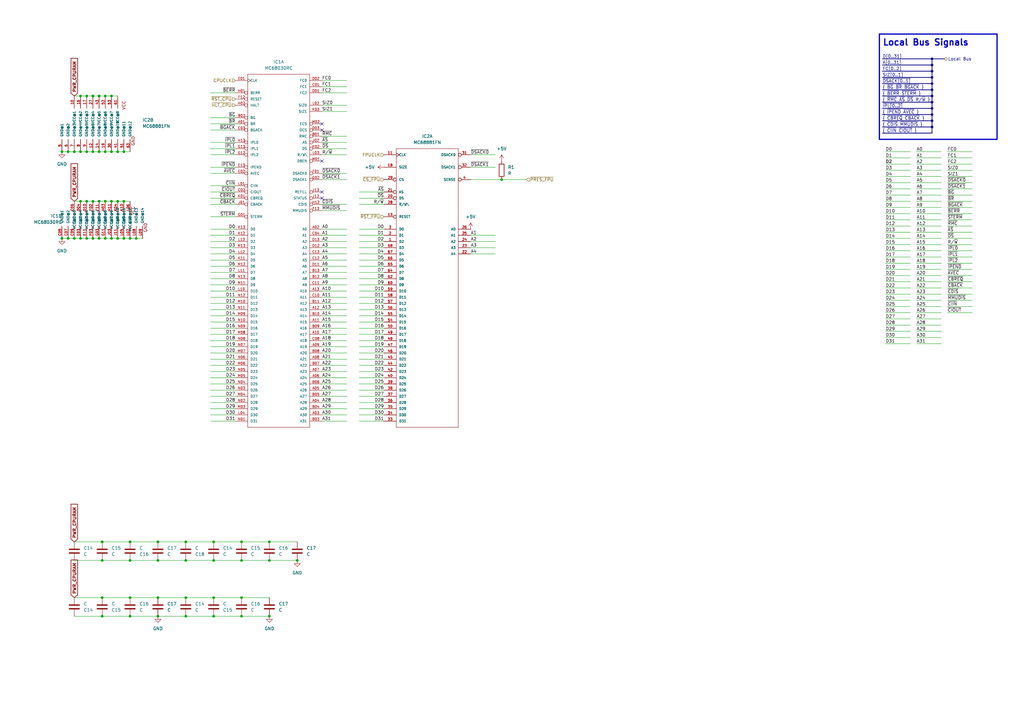
<source format=kicad_sch>
(kicad_sch (version 20230121) (generator eeschema)
  (paper "A3")
  (junction (at 121.92 229.87))
  (junction (at 30.48 62.23))
  (junction (at 382.27 41.91))
  (junction (at 53.34 229.87))
  (junction (at 87.63 229.87))
  (junction (at 41.91 252.73))
  (junction (at 110.49 229.87))
  (junction (at 382.27 26.67))
  (junction (at 87.63 222.25))
  (junction (at 76.2 229.87))
  (junction (at 53.34 252.73))
  (junction (at 53.34 222.25))
  (junction (at 382.27 39.37))
  (junction (at 205.74 73.66))
  (junction (at 53.34 245.11))
  (junction (at 99.06 222.25))
  (junction (at 87.63 245.11))
  (junction (at 25.4 62.23))
  (junction (at 30.48 97.79))
  (junction (at 76.2 252.73))
  (junction (at 38.1 97.79))
  (junction (at 382.27 49.53))
  (junction (at 33.02 39.37))
  (junction (at 382.27 52.07))
  (junction (at 33.02 62.23))
  (junction (at 50.8 97.79))
  (junction (at 33.02 82.55))
  (junction (at 43.18 82.55))
  (junction (at 382.27 44.45))
  (junction (at 45.72 82.55))
  (junction (at 40.64 39.37))
  (junction (at 87.63 252.73))
  (junction (at 50.8 82.55))
  (junction (at 25.4 97.79))
  (junction (at 33.02 97.79))
  (junction (at 35.56 82.55))
  (junction (at 40.64 82.55))
  (junction (at 382.27 31.75))
  (junction (at 382.27 34.29))
  (junction (at 38.1 82.55))
  (junction (at 99.06 245.11))
  (junction (at 64.77 245.11))
  (junction (at 382.27 46.99))
  (junction (at 35.56 62.23))
  (junction (at 110.49 252.73))
  (junction (at 35.56 97.79))
  (junction (at 382.27 29.21))
  (junction (at 43.18 62.23))
  (junction (at 64.77 222.25))
  (junction (at 35.56 39.37))
  (junction (at 38.1 39.37))
  (junction (at 27.94 62.23))
  (junction (at 99.06 252.73))
  (junction (at 48.26 97.79))
  (junction (at 45.72 62.23))
  (junction (at 48.26 82.55))
  (junction (at 64.77 252.73))
  (junction (at 38.1 62.23))
  (junction (at 43.18 39.37))
  (junction (at 48.26 62.23))
  (junction (at 45.72 97.79))
  (junction (at 41.91 222.25))
  (junction (at 382.27 24.13))
  (junction (at 43.18 97.79))
  (junction (at 53.34 97.79))
  (junction (at 41.91 245.11))
  (junction (at 382.27 36.83))
  (junction (at 76.2 222.25))
  (junction (at 41.91 229.87))
  (junction (at 110.49 222.25))
  (junction (at 50.8 62.23))
  (junction (at 40.64 97.79))
  (junction (at 64.77 229.87))
  (junction (at 55.88 97.79))
  (junction (at 27.94 97.79))
  (junction (at 99.06 229.87))
  (junction (at 40.64 62.23))
  (junction (at 76.2 245.11))
  (junction (at 45.72 39.37))
  (no_connect (at 132.08 53.34))
  (no_connect (at 132.08 81.28))
  (no_connect (at 132.08 66.04))
  (no_connect (at 132.08 50.8))
  (no_connect (at 132.08 78.74))
  (wire (pts (xy 142.24 127) (xy 132.08 127)))
  (wire (pts (xy 64.77 229.87) (xy 53.34 229.87)))
  (wire (pts (xy 142.24 99.06) (xy 132.08 99.06)))
  (wire (pts (xy 386.08 69.85) (xy 375.92 69.85)))
  (wire (pts (xy 386.08 90.17) (xy 375.92 90.17)))
  (wire (pts (xy 142.24 73.66) (xy 132.08 73.66)))
  (wire (pts (xy 142.24 38.1) (xy 132.08 38.1)))
  (bus (pts (xy 382.27 49.53) (xy 382.27 52.07)))
  (wire (pts (xy 53.34 252.73) (xy 41.91 252.73)))
  (wire (pts (xy 373.38 80.01) (xy 363.22 80.01)))
  (wire (pts (xy 386.08 125.73) (xy 375.92 125.73)))
  (wire (pts (xy 147.32 132.08) (xy 157.48 132.08)))
  (wire (pts (xy 50.8 62.23) (xy 53.34 62.23)))
  (wire (pts (xy 142.24 109.22) (xy 132.08 109.22)))
  (wire (pts (xy 142.24 35.56) (xy 132.08 35.56)))
  (wire (pts (xy 38.1 62.23) (xy 40.64 62.23)))
  (wire (pts (xy 373.38 82.55) (xy 363.22 82.55)))
  (wire (pts (xy 398.78 102.87) (xy 388.62 102.87)))
  (wire (pts (xy 86.36 172.72) (xy 96.52 172.72)))
  (wire (pts (xy 110.49 222.25) (xy 121.92 222.25)))
  (bus (pts (xy 382.27 52.07) (xy 382.27 54.61)))
  (wire (pts (xy 142.24 172.72) (xy 132.08 172.72)))
  (wire (pts (xy 203.2 104.14) (xy 193.04 104.14)))
  (wire (pts (xy 386.08 97.79) (xy 375.92 97.79)))
  (wire (pts (xy 142.24 101.6) (xy 132.08 101.6)))
  (wire (pts (xy 40.64 62.23) (xy 43.18 62.23)))
  (wire (pts (xy 147.32 154.94) (xy 157.48 154.94)))
  (bus (pts (xy 361.95 36.83) (xy 382.27 36.83)))
  (wire (pts (xy 86.36 167.64) (xy 96.52 167.64)))
  (wire (pts (xy 99.06 252.73) (xy 87.63 252.73)))
  (wire (pts (xy 142.24 137.16) (xy 132.08 137.16)))
  (wire (pts (xy 398.78 90.17) (xy 388.62 90.17)))
  (wire (pts (xy 386.08 92.71) (xy 375.92 92.71)))
  (wire (pts (xy 86.36 162.56) (xy 96.52 162.56)))
  (wire (pts (xy 215.9 73.66) (xy 205.74 73.66)))
  (bus (pts (xy 361.95 49.53) (xy 382.27 49.53)))
  (wire (pts (xy 99.06 229.87) (xy 87.63 229.87)))
  (wire (pts (xy 147.32 111.76) (xy 157.48 111.76)))
  (wire (pts (xy 142.24 93.98) (xy 132.08 93.98)))
  (wire (pts (xy 147.32 99.06) (xy 157.48 99.06)))
  (wire (pts (xy 86.36 63.5) (xy 96.52 63.5)))
  (wire (pts (xy 53.34 97.79) (xy 55.88 97.79)))
  (wire (pts (xy 142.24 165.1) (xy 132.08 165.1)))
  (wire (pts (xy 398.78 80.01) (xy 388.62 80.01)))
  (wire (pts (xy 386.08 135.89) (xy 375.92 135.89)))
  (wire (pts (xy 398.78 85.09) (xy 388.62 85.09)))
  (wire (pts (xy 86.36 106.68) (xy 96.52 106.68)))
  (wire (pts (xy 86.36 71.12) (xy 96.52 71.12)))
  (wire (pts (xy 386.08 105.41) (xy 375.92 105.41)))
  (wire (pts (xy 38.1 82.55) (xy 40.64 82.55)))
  (wire (pts (xy 55.88 97.79) (xy 58.42 97.79)))
  (wire (pts (xy 386.08 118.11) (xy 375.92 118.11)))
  (wire (pts (xy 64.77 222.25) (xy 76.2 222.25)))
  (wire (pts (xy 86.36 116.84) (xy 96.52 116.84)))
  (wire (pts (xy 142.24 116.84) (xy 132.08 116.84)))
  (bus (pts (xy 361.95 39.37) (xy 382.27 39.37)))
  (wire (pts (xy 386.08 80.01) (xy 375.92 80.01)))
  (wire (pts (xy 86.36 149.86) (xy 96.52 149.86)))
  (wire (pts (xy 87.63 229.87) (xy 76.2 229.87)))
  (wire (pts (xy 398.78 107.95) (xy 388.62 107.95)))
  (wire (pts (xy 386.08 82.55) (xy 375.92 82.55)))
  (wire (pts (xy 147.32 149.86) (xy 157.48 149.86)))
  (bus (pts (xy 361.95 26.67) (xy 382.27 26.67)))
  (wire (pts (xy 147.32 106.68) (xy 157.48 106.68)))
  (wire (pts (xy 147.32 121.92) (xy 157.48 121.92)))
  (wire (pts (xy 86.36 152.4) (xy 96.52 152.4)))
  (wire (pts (xy 147.32 152.4) (xy 157.48 152.4)))
  (wire (pts (xy 373.38 92.71) (xy 363.22 92.71)))
  (wire (pts (xy 386.08 138.43) (xy 375.92 138.43)))
  (wire (pts (xy 398.78 115.57) (xy 388.62 115.57)))
  (wire (pts (xy 386.08 74.93) (xy 375.92 74.93)))
  (wire (pts (xy 373.38 115.57) (xy 363.22 115.57)))
  (wire (pts (xy 86.36 160.02) (xy 96.52 160.02)))
  (wire (pts (xy 86.36 58.42) (xy 96.52 58.42)))
  (wire (pts (xy 147.32 157.48) (xy 157.48 157.48)))
  (bus (pts (xy 382.27 31.75) (xy 382.27 34.29)))
  (wire (pts (xy 373.38 90.17) (xy 363.22 90.17)))
  (wire (pts (xy 373.38 102.87) (xy 363.22 102.87)))
  (wire (pts (xy 142.24 142.24) (xy 132.08 142.24)))
  (wire (pts (xy 398.78 74.93) (xy 388.62 74.93)))
  (wire (pts (xy 40.64 82.55) (xy 43.18 82.55)))
  (wire (pts (xy 87.63 245.11) (xy 99.06 245.11)))
  (wire (pts (xy 64.77 245.11) (xy 76.2 245.11)))
  (wire (pts (xy 373.38 130.81) (xy 363.22 130.81)))
  (wire (pts (xy 121.92 229.87) (xy 110.49 229.87)))
  (wire (pts (xy 147.32 129.54) (xy 157.48 129.54)))
  (wire (pts (xy 64.77 252.73) (xy 76.2 252.73)))
  (bus (pts (xy 382.27 24.13) (xy 382.27 26.67)))
  (wire (pts (xy 86.36 129.54) (xy 96.52 129.54)))
  (wire (pts (xy 30.48 97.79) (xy 33.02 97.79)))
  (wire (pts (xy 147.32 96.52) (xy 157.48 96.52)))
  (wire (pts (xy 203.2 96.52) (xy 193.04 96.52)))
  (wire (pts (xy 86.36 93.98) (xy 96.52 93.98)))
  (wire (pts (xy 373.38 113.03) (xy 363.22 113.03)))
  (wire (pts (xy 386.08 62.23) (xy 375.92 62.23)))
  (wire (pts (xy 25.4 62.23) (xy 27.94 62.23)))
  (wire (pts (xy 86.36 76.2) (xy 96.52 76.2)))
  (wire (pts (xy 373.38 105.41) (xy 363.22 105.41)))
  (bus (pts (xy 382.27 29.21) (xy 382.27 31.75)))
  (wire (pts (xy 86.36 99.06) (xy 96.52 99.06)))
  (wire (pts (xy 86.36 83.82) (xy 96.52 83.82)))
  (wire (pts (xy 142.24 96.52) (xy 132.08 96.52)))
  (wire (pts (xy 373.38 97.79) (xy 363.22 97.79)))
  (wire (pts (xy 142.24 152.4) (xy 132.08 152.4)))
  (wire (pts (xy 147.32 137.16) (xy 157.48 137.16)))
  (wire (pts (xy 50.8 97.79) (xy 53.34 97.79)))
  (wire (pts (xy 142.24 60.96) (xy 132.08 60.96)))
  (wire (pts (xy 86.36 88.9) (xy 96.52 88.9)))
  (wire (pts (xy 142.24 162.56) (xy 132.08 162.56)))
  (wire (pts (xy 86.36 147.32) (xy 96.52 147.32)))
  (wire (pts (xy 398.78 120.65) (xy 388.62 120.65)))
  (wire (pts (xy 86.36 81.28) (xy 96.52 81.28)))
  (wire (pts (xy 373.38 138.43) (xy 363.22 138.43)))
  (wire (pts (xy 142.24 154.94) (xy 132.08 154.94)))
  (wire (pts (xy 147.32 144.78) (xy 157.48 144.78)))
  (wire (pts (xy 142.24 119.38) (xy 132.08 119.38)))
  (wire (pts (xy 386.08 120.65) (xy 375.92 120.65)))
  (wire (pts (xy 43.18 97.79) (xy 45.72 97.79)))
  (bus (pts (xy 361.95 46.99) (xy 382.27 46.99)))
  (wire (pts (xy 27.94 97.79) (xy 30.48 97.79)))
  (wire (pts (xy 147.32 101.6) (xy 157.48 101.6)))
  (bus (pts (xy 361.95 41.91) (xy 382.27 41.91)))
  (bus (pts (xy 361.95 54.61) (xy 382.27 54.61)))
  (wire (pts (xy 398.78 100.33) (xy 388.62 100.33)))
  (bus (pts (xy 361.95 52.07) (xy 382.27 52.07)))
  (wire (pts (xy 86.36 96.52) (xy 96.52 96.52)))
  (wire (pts (xy 30.48 222.25) (xy 41.91 222.25)))
  (wire (pts (xy 86.36 137.16) (xy 96.52 137.16)))
  (wire (pts (xy 142.24 134.62) (xy 132.08 134.62)))
  (wire (pts (xy 147.32 81.28) (xy 157.48 81.28)))
  (wire (pts (xy 142.24 58.42) (xy 132.08 58.42)))
  (wire (pts (xy 147.32 83.82) (xy 157.48 83.82)))
  (bus (pts (xy 382.27 46.99) (xy 382.27 49.53)))
  (wire (pts (xy 398.78 95.25) (xy 388.62 95.25)))
  (wire (pts (xy 147.32 124.46) (xy 157.48 124.46)))
  (wire (pts (xy 147.32 160.02) (xy 157.48 160.02)))
  (wire (pts (xy 86.36 114.3) (xy 96.52 114.3)))
  (wire (pts (xy 142.24 129.54) (xy 132.08 129.54)))
  (wire (pts (xy 45.72 62.23) (xy 48.26 62.23)))
  (wire (pts (xy 373.38 69.85) (xy 363.22 69.85)))
  (wire (pts (xy 38.1 97.79) (xy 40.64 97.79)))
  (wire (pts (xy 142.24 55.88) (xy 132.08 55.88)))
  (wire (pts (xy 87.63 252.73) (xy 76.2 252.73)))
  (wire (pts (xy 398.78 69.85) (xy 388.62 69.85)))
  (wire (pts (xy 142.24 132.08) (xy 132.08 132.08)))
  (wire (pts (xy 86.36 124.46) (xy 96.52 124.46)))
  (wire (pts (xy 147.32 162.56) (xy 157.48 162.56)))
  (wire (pts (xy 398.78 64.77) (xy 388.62 64.77)))
  (wire (pts (xy 142.24 124.46) (xy 132.08 124.46)))
  (wire (pts (xy 33.02 97.79) (xy 35.56 97.79)))
  (wire (pts (xy 398.78 67.31) (xy 388.62 67.31)))
  (wire (pts (xy 86.36 48.26) (xy 96.52 48.26)))
  (wire (pts (xy 86.36 119.38) (xy 96.52 119.38)))
  (wire (pts (xy 33.02 62.23) (xy 35.56 62.23)))
  (wire (pts (xy 30.48 39.37) (xy 33.02 39.37)))
  (wire (pts (xy 386.08 102.87) (xy 375.92 102.87)))
  (wire (pts (xy 373.38 95.25) (xy 363.22 95.25)))
  (wire (pts (xy 386.08 110.49) (xy 375.92 110.49)))
  (wire (pts (xy 142.24 86.36) (xy 132.08 86.36)))
  (wire (pts (xy 147.32 127) (xy 157.48 127)))
  (bus (pts (xy 361.95 34.29) (xy 382.27 34.29)))
  (wire (pts (xy 398.78 92.71) (xy 388.62 92.71)))
  (wire (pts (xy 41.91 222.25) (xy 53.34 222.25)))
  (wire (pts (xy 142.24 106.68) (xy 132.08 106.68)))
  (wire (pts (xy 398.78 77.47) (xy 388.62 77.47)))
  (wire (pts (xy 386.08 64.77) (xy 375.92 64.77)))
  (wire (pts (xy 398.78 125.73) (xy 388.62 125.73)))
  (wire (pts (xy 45.72 82.55) (xy 48.26 82.55)))
  (wire (pts (xy 35.56 62.23) (xy 38.1 62.23)))
  (wire (pts (xy 40.64 39.37) (xy 43.18 39.37)))
  (wire (pts (xy 147.32 119.38) (xy 157.48 119.38)))
  (wire (pts (xy 398.78 105.41) (xy 388.62 105.41)))
  (wire (pts (xy 373.38 133.35) (xy 363.22 133.35)))
  (wire (pts (xy 373.38 77.47) (xy 363.22 77.47)))
  (wire (pts (xy 386.08 95.25) (xy 375.92 95.25)))
  (wire (pts (xy 43.18 62.23) (xy 45.72 62.23)))
  (wire (pts (xy 142.24 144.78) (xy 132.08 144.78)))
  (wire (pts (xy 386.08 128.27) (xy 375.92 128.27)))
  (wire (pts (xy 373.38 118.11) (xy 363.22 118.11)))
  (bus (pts (xy 382.27 26.67) (xy 382.27 29.21)))
  (wire (pts (xy 87.63 222.25) (xy 99.06 222.25)))
  (wire (pts (xy 386.08 133.35) (xy 375.92 133.35)))
  (bus (pts (xy 382.27 36.83) (xy 382.27 39.37)))
  (wire (pts (xy 99.06 245.11) (xy 110.49 245.11)))
  (wire (pts (xy 41.91 229.87) (xy 30.48 229.87)))
  (wire (pts (xy 147.32 167.64) (xy 157.48 167.64)))
  (bus (pts (xy 382.27 39.37) (xy 382.27 41.91)))
  (wire (pts (xy 386.08 77.47) (xy 375.92 77.47)))
  (wire (pts (xy 147.32 170.18) (xy 157.48 170.18)))
  (wire (pts (xy 142.24 63.5) (xy 132.08 63.5)))
  (bus (pts (xy 361.95 24.13) (xy 382.27 24.13)))
  (wire (pts (xy 86.36 157.48) (xy 96.52 157.48)))
  (wire (pts (xy 386.08 130.81) (xy 375.92 130.81)))
  (wire (pts (xy 30.48 82.55) (xy 33.02 82.55)))
  (wire (pts (xy 373.38 120.65) (xy 363.22 120.65)))
  (wire (pts (xy 86.36 132.08) (xy 96.52 132.08)))
  (wire (pts (xy 35.56 39.37) (xy 38.1 39.37)))
  (wire (pts (xy 53.34 229.87) (xy 41.91 229.87)))
  (wire (pts (xy 33.02 82.55) (xy 35.56 82.55)))
  (wire (pts (xy 76.2 245.11) (xy 87.63 245.11)))
  (wire (pts (xy 398.78 113.03) (xy 388.62 113.03)))
  (wire (pts (xy 40.64 97.79) (xy 43.18 97.79)))
  (wire (pts (xy 142.24 114.3) (xy 132.08 114.3)))
  (wire (pts (xy 147.32 93.98) (xy 157.48 93.98)))
  (wire (pts (xy 147.32 172.72) (xy 157.48 172.72)))
  (wire (pts (xy 142.24 139.7) (xy 132.08 139.7)))
  (wire (pts (xy 53.34 222.25) (xy 64.77 222.25)))
  (wire (pts (xy 373.38 62.23) (xy 363.22 62.23)))
  (wire (pts (xy 86.36 170.18) (xy 96.52 170.18)))
  (wire (pts (xy 33.02 39.37) (xy 35.56 39.37)))
  (wire (pts (xy 86.36 165.1) (xy 96.52 165.1)))
  (wire (pts (xy 48.26 82.55) (xy 50.8 82.55)))
  (wire (pts (xy 86.36 109.22) (xy 96.52 109.22)))
  (wire (pts (xy 373.38 125.73) (xy 363.22 125.73)))
  (wire (pts (xy 41.91 252.73) (xy 30.48 252.73)))
  (wire (pts (xy 27.94 62.23) (xy 30.48 62.23)))
  (wire (pts (xy 398.78 87.63) (xy 388.62 87.63)))
  (wire (pts (xy 35.56 97.79) (xy 38.1 97.79)))
  (wire (pts (xy 45.72 97.79) (xy 48.26 97.79)))
  (wire (pts (xy 142.24 43.18) (xy 132.08 43.18)))
  (wire (pts (xy 86.36 68.58) (xy 96.52 68.58)))
  (wire (pts (xy 203.2 63.5) (xy 193.04 63.5)))
  (wire (pts (xy 373.38 87.63) (xy 363.22 87.63)))
  (wire (pts (xy 386.08 67.31) (xy 375.92 67.31)))
  (wire (pts (xy 86.36 134.62) (xy 96.52 134.62)))
  (wire (pts (xy 193.04 73.66) (xy 205.74 73.66)))
  (wire (pts (xy 142.24 33.02) (xy 132.08 33.02)))
  (wire (pts (xy 35.56 82.55) (xy 38.1 82.55)))
  (wire (pts (xy 386.08 123.19) (xy 375.92 123.19)))
  (wire (pts (xy 373.38 100.33) (xy 363.22 100.33)))
  (wire (pts (xy 386.08 87.63) (xy 375.92 87.63)))
  (bus (pts (xy 382.27 24.13) (xy 387.35 24.13)))
  (wire (pts (xy 142.24 111.76) (xy 132.08 111.76)))
  (wire (pts (xy 38.1 39.37) (xy 40.64 39.37)))
  (bus (pts (xy 361.95 44.45) (xy 382.27 44.45)))
  (wire (pts (xy 373.38 140.97) (xy 363.22 140.97)))
  (wire (pts (xy 76.2 229.87) (xy 64.77 229.87)))
  (wire (pts (xy 386.08 107.95) (xy 375.92 107.95)))
  (wire (pts (xy 142.24 83.82) (xy 132.08 83.82)))
  (wire (pts (xy 86.36 127) (xy 96.52 127)))
  (wire (pts (xy 147.32 116.84) (xy 157.48 116.84)))
  (wire (pts (xy 373.38 67.31) (xy 363.22 67.31)))
  (wire (pts (xy 203.2 101.6) (xy 193.04 101.6)))
  (wire (pts (xy 50.8 82.55) (xy 53.34 82.55)))
  (wire (pts (xy 53.34 252.73) (xy 64.77 252.73)))
  (wire (pts (xy 45.72 39.37) (xy 48.26 39.37)))
  (wire (pts (xy 386.08 100.33) (xy 375.92 100.33)))
  (wire (pts (xy 142.24 147.32) (xy 132.08 147.32)))
  (wire (pts (xy 142.24 45.72) (xy 132.08 45.72)))
  (wire (pts (xy 25.4 97.79) (xy 27.94 97.79)))
  (wire (pts (xy 30.48 245.11) (xy 41.91 245.11)))
  (wire (pts (xy 373.38 74.93) (xy 363.22 74.93)))
  (wire (pts (xy 147.32 104.14) (xy 157.48 104.14)))
  (wire (pts (xy 147.32 114.3) (xy 157.48 114.3)))
  (wire (pts (xy 373.38 110.49) (xy 363.22 110.49)))
  (wire (pts (xy 86.36 50.8) (xy 96.52 50.8)))
  (bus (pts (xy 361.95 31.75) (xy 382.27 31.75)))
  (wire (pts (xy 142.24 121.92) (xy 132.08 121.92)))
  (wire (pts (xy 86.36 101.6) (xy 96.52 101.6)))
  (wire (pts (xy 373.38 107.95) (xy 363.22 107.95)))
  (wire (pts (xy 86.36 142.24) (xy 96.52 142.24)))
  (wire (pts (xy 373.38 123.19) (xy 363.22 123.19)))
  (wire (pts (xy 110.49 229.87) (xy 99.06 229.87)))
  (wire (pts (xy 147.32 142.24) (xy 157.48 142.24)))
  (wire (pts (xy 86.36 111.76) (xy 96.52 111.76)))
  (wire (pts (xy 142.24 157.48) (xy 132.08 157.48)))
  (wire (pts (xy 86.36 38.1) (xy 96.52 38.1)))
  (wire (pts (xy 398.78 128.27) (xy 388.62 128.27)))
  (wire (pts (xy 142.24 160.02) (xy 132.08 160.02)))
  (wire (pts (xy 43.18 39.37) (xy 45.72 39.37)))
  (wire (pts (xy 142.24 167.64) (xy 132.08 167.64)))
  (wire (pts (xy 86.36 121.92) (xy 96.52 121.92)))
  (wire (pts (xy 398.78 110.49) (xy 388.62 110.49)))
  (wire (pts (xy 147.32 109.22) (xy 157.48 109.22)))
  (wire (pts (xy 398.78 72.39) (xy 388.62 72.39)))
  (wire (pts (xy 142.24 170.18) (xy 132.08 170.18)))
  (wire (pts (xy 398.78 123.19) (xy 388.62 123.19)))
  (wire (pts (xy 386.08 140.97) (xy 375.92 140.97)))
  (wire (pts (xy 86.36 104.14) (xy 96.52 104.14)))
  (wire (pts (xy 142.24 71.12) (xy 132.08 71.12)))
  (wire (pts (xy 373.38 128.27) (xy 363.22 128.27)))
  (wire (pts (xy 386.08 115.57) (xy 375.92 115.57)))
  (wire (pts (xy 373.38 72.39) (xy 363.22 72.39)))
  (wire (pts (xy 203.2 99.06) (xy 193.04 99.06)))
  (wire (pts (xy 147.32 139.7) (xy 157.48 139.7)))
  (wire (pts (xy 48.26 62.23) (xy 50.8 62.23)))
  (wire (pts (xy 86.36 60.96) (xy 96.52 60.96)))
  (wire (pts (xy 373.38 135.89) (xy 363.22 135.89)))
  (bus (pts (xy 382.27 34.29) (xy 382.27 36.83)))
  (wire (pts (xy 398.78 118.11) (xy 388.62 118.11)))
  (wire (pts (xy 86.36 78.74) (xy 96.52 78.74)))
  (wire (pts (xy 48.26 97.79) (xy 50.8 97.79)))
  (wire (pts (xy 147.32 147.32) (xy 157.48 147.32)))
  (wire (pts (xy 53.34 245.11) (xy 64.77 245.11)))
  (wire (pts (xy 110.49 252.73) (xy 99.06 252.73)))
  (wire (pts (xy 386.08 113.03) (xy 375.92 113.03)))
  (wire (pts (xy 86.36 139.7) (xy 96.52 139.7)))
  (wire (pts (xy 203.2 68.58) (xy 193.04 68.58)))
  (wire (pts (xy 43.18 82.55) (xy 45.72 82.55)))
  (wire (pts (xy 398.78 62.23) (xy 388.62 62.23)))
  (bus (pts (xy 382.27 41.91) (xy 382.27 44.45)))
  (wire (pts (xy 30.48 62.23) (xy 33.02 62.23)))
  (bus (pts (xy 361.95 29.21) (xy 382.27 29.21)))
  (wire (pts (xy 86.36 154.94) (xy 96.52 154.94)))
  (wire (pts (xy 398.78 82.55) (xy 388.62 82.55)))
  (wire (pts (xy 147.32 165.1) (xy 157.48 165.1)))
  (wire (pts (xy 142.24 104.14) (xy 132.08 104.14)))
  (wire (pts (xy 386.08 72.39) (xy 375.92 72.39)))
  (wire (pts (xy 41.91 245.11) (xy 53.34 245.11)))
  (wire (pts (xy 86.36 144.78) (xy 96.52 144.78)))
  (wire (pts (xy 147.32 134.62) (xy 157.48 134.62)))
  (wire (pts (xy 386.08 85.09) (xy 375.92 85.09)))
  (bus (pts (xy 382.27 44.45) (xy 382.27 46.99)))
  (wire (pts (xy 76.2 222.25) (xy 87.63 222.25)))
  (wire (pts (xy 86.36 53.34) (xy 96.52 53.34)))
  (wire (pts (xy 373.38 64.77) (xy 363.22 64.77)))
  (wire (pts (xy 398.78 97.79) (xy 388.62 97.79)))
  (wire (pts (xy 373.38 85.09) (xy 363.22 85.09)))
  (wire (pts (xy 147.32 78.74) (xy 157.48 78.74)))
  (wire (pts (xy 142.24 149.86) (xy 132.08 149.86)))
  (wire (pts (xy 99.06 222.25) (xy 110.49 222.25)))
  (rectangle (start 360.68 13.97) (end 408.94 57.15) (stroke (width 0.508)))
  (text "Local Bus Signals" (at 361.95 19.05 0) (effects (font (size 2.54 2.54) (thickness 0.508) bold) (justify left bottom)))
  (label "R{slash}~{W}" (at 388.62 100.33 0))
  (label "~{IPL0}" (at 388.62 102.87 0))
  (label "A18" (at 132.08 139.7 0))
  (label "~{DS}" (at 132.08 60.96 0))
  (label "D31" (at 363.22 140.97 0))
  (label "~{BG}" (at 388.62 80.01 0))
  (label "{ ~{RMC} ~{AS} ~{DS} R{slash}~{W} }" (at 361.95 41.91 0))
  (label "A27" (at 375.92 130.81 0))
  (label "D11" (at 157.48 121.92 180))
  (label "D17" (at 157.48 137.16 180))
  (label "~{DSACK0}" (at 193.04 63.5 0))
  (label "A28" (at 375.92 133.35 0))
  (label "~{BGACK}" (at 388.62 85.09 0))
  (label "~{IPEND}" (at 388.62 110.49 0))
  (label "D2" (at 157.48 99.06 180))
  (label "D10" (at 96.52 119.38 180))
  (label "A16" (at 132.08 134.62 0))
  (label "D3" (at 157.48 101.6 180))
  (label "D25" (at 363.22 125.73 0))
  (label "D20" (at 157.48 144.78 180))
  (label "D2" (at 363.22 67.31 0))
  (label "D25" (at 96.52 157.48 180))
  (label "A21" (at 132.08 147.32 0))
  (label "FC0" (at 388.62 62.23 0))
  (label "A24" (at 132.08 154.94 0))
  (label "A17" (at 132.08 137.16 0))
  (label "D0" (at 363.22 62.23 0))
  (label "D22" (at 363.22 118.11 0))
  (label "A15" (at 132.08 132.08 0))
  (label "~{CBACK}" (at 96.52 83.82 180))
  (label "R{slash}~{W}" (at 132.08 63.5 0))
  (label "A23" (at 132.08 152.4 0))
  (label "A27" (at 132.08 162.56 0))
  (label "D1" (at 157.48 96.52 180))
  (label "~{DSACK0}" (at 132.08 71.12 0))
  (label "~{IPL2}" (at 96.52 63.5 180))
  (label "D15" (at 363.22 100.33 0))
  (label "D21" (at 157.48 147.32 180))
  (label "D2" (at 363.22 67.31 0))
  (label "~{CIIN}" (at 388.62 125.73 0))
  (label "~{IPL0}" (at 96.52 58.42 180))
  (label "A30" (at 375.92 138.43 0))
  (label "~{IPL[0..2]}" (at 361.95 44.45 0))
  (label "D29" (at 96.52 167.64 180))
  (label "~{BGACK}" (at 96.52 53.34 180))
  (label "A29" (at 375.92 135.89 0))
  (label "D20" (at 363.22 113.03 0))
  (label "A0" (at 375.92 62.23 0))
  (label "D0" (at 157.48 93.98 180))
  (label "A1" (at 375.92 64.77 0))
  (label "A11" (at 375.92 90.17 0))
  (label "A5" (at 132.08 106.68 0))
  (label "~{BG}" (at 96.52 48.26 180))
  (label "D5" (at 363.22 74.93 0))
  (label "~{DSACK[0..1]}" (at 361.95 34.29 0))
  (label "D29" (at 157.48 167.64 180))
  (label "A12" (at 132.08 124.46 0))
  (label "A11" (at 132.08 121.92 0))
  (label "A15" (at 375.92 100.33 0))
  (label "D16" (at 96.52 134.62 180))
  (label "D28" (at 96.52 165.1 180))
  (label "D14" (at 157.48 129.54 180))
  (label "A[0..31]" (at 361.95 26.67 0))
  (label "D4" (at 363.22 72.39 0))
  (label "~{CIOUT}" (at 388.62 128.27 0))
  (label "D13" (at 363.22 95.25 0))
  (label "D13" (at 96.52 127 180))
  (label "D30" (at 363.22 138.43 0))
  (label "D21" (at 96.52 147.32 180))
  (label "A8" (at 375.92 82.55 0))
  (label "D15" (at 157.48 132.08 180))
  (label "~{AVEC}" (at 388.62 113.03 0))
  (label "D31" (at 96.52 172.72 180))
  (label "D5" (at 96.52 106.68 180))
  (label "D18" (at 157.48 139.7 180))
  (label "D1" (at 96.52 96.52 180))
  (label "A3" (at 375.92 69.85 0))
  (label "FC[0..2]" (at 361.95 29.21 0))
  (label "~{BERR}" (at 96.52 38.1 180))
  (label "D17" (at 363.22 105.41 0))
  (label "A7" (at 132.08 111.76 0))
  (label "D1" (at 363.22 64.77 0))
  (label "D14" (at 96.52 129.54 180))
  (label "D4" (at 157.48 104.14 180))
  (label "~{DS}" (at 388.62 97.79 0))
  (label "D31" (at 157.48 172.72 180))
  (label "~{DSACK1}" (at 132.08 73.66 0))
  (label "A13" (at 132.08 127 0))
  (label "D11" (at 363.22 90.17 0))
  (label "FC1" (at 132.08 35.56 0))
  (label "A19" (at 375.92 110.49 0))
  (label "D28" (at 363.22 133.35 0))
  (label "D17" (at 96.52 137.16 180))
  (label "D6" (at 157.48 109.22 180))
  (label "D27" (at 96.52 162.56 180))
  (label "D9" (at 96.52 116.84 180))
  (label "~{DSACK0}" (at 388.62 74.93 0))
  (label "~{CBREQ}" (at 96.52 81.28 180))
  (label "~{DS}" (at 157.48 81.28 180))
  (label "D22" (at 157.48 149.86 180))
  (label "D3" (at 363.22 69.85 0))
  (label "A28" (at 132.08 165.1 0))
  (label "~{RMC}" (at 132.08 55.88 0))
  (label "{ ~{CDIS} ~{MMUDIS} }" (at 361.95 52.07 0))
  (label "D0" (at 96.52 93.98 180))
  (label "D27" (at 157.48 162.56 180))
  (label "D16" (at 363.22 102.87 0))
  (label "A1" (at 132.08 96.52 0))
  (label "A30" (at 132.08 170.18 0))
  (label "D24" (at 96.52 154.94 180))
  (label "D3" (at 96.52 101.6 180))
  (label "{ ~{CIIN} ~{CIOUT} }" (at 361.95 54.61 0))
  (label "A29" (at 132.08 167.64 0))
  (label "A3" (at 193.04 101.6 0))
  (label "{ ~{BG} ~{BR} ~{BGACK} }" (at 361.95 36.83 0))
  (label "~{IPL2}" (at 388.62 107.95 0))
  (label "D8" (at 157.48 114.3 180))
  (label "D30" (at 96.52 170.18 180))
  (label "~{AVEC}" (at 96.52 71.12 180))
  (label "A31" (at 132.08 172.72 0))
  (label "D22" (at 96.52 149.86 180))
  (label "A31" (at 375.92 140.97 0))
  (label "D19" (at 96.52 142.24 180))
  (label "D26" (at 96.52 160.02 180))
  (label "~{STERM}" (at 388.62 90.17 0))
  (label "~{CBACK}" (at 388.62 118.11 0))
  (label "D25" (at 157.48 157.48 180))
  (label "D27" (at 363.22 130.81 0))
  (label "D[0..31]" (at 361.95 24.13 0))
  (label "D9" (at 363.22 85.09 0))
  (label "A0" (at 132.08 93.98 0))
  (label "{ ~{CBREQ} ~{CBACK} }" (at 361.95 49.53 0))
  (label "D4" (at 96.52 104.14 180))
  (label "D5" (at 157.48 106.68 180))
  (label "A9" (at 375.92 85.09 0))
  (label "A20" (at 132.08 144.78 0))
  (label "~{CIIN}" (at 96.52 76.2 180))
  (label "A8" (at 132.08 114.3 0))
  (label "D19" (at 157.48 142.24 180))
  (label "A4" (at 375.92 72.39 0))
  (label "FC1" (at 388.62 64.77 0))
  (label "D24" (at 157.48 154.94 180))
  (label "A19" (at 132.08 142.24 0))
  (label "A2" (at 193.04 99.06 0))
  (label "A14" (at 375.92 97.79 0))
  (label "~{CDIS}" (at 132.08 83.82 0))
  (label "{ ~{BERR} ~{STERM} }" (at 361.95 39.37 0))
  (label "D12" (at 363.22 92.71 0))
  (label "~{MMUDIS}" (at 132.08 86.36 0))
  (label "A26" (at 375.92 128.27 0))
  (label "A26" (at 132.08 160.02 0))
  (label "D6" (at 96.52 109.22 180))
  (label "D2" (at 96.52 99.06 180))
  (label "D24" (at 363.22 123.19 0))
  (label "A24" (at 375.92 123.19 0))
  (label "~{AS}" (at 132.08 58.42 0))
  (label "SIZ0" (at 132.08 43.18 0))
  (label "D16" (at 157.48 134.62 180))
  (label "~{CIOUT}" (at 96.52 78.74 180))
  (label "A16" (at 375.92 102.87 0))
  (label "A20" (at 375.92 113.03 0))
  (label "D30" (at 157.48 170.18 180))
  (label "~{BR}" (at 388.62 82.55 0))
  (label "D29" (at 363.22 135.89 0))
  (label "D20" (at 96.52 144.78 180))
  (label "~{MMUDIS}" (at 388.62 123.19 0))
  (label "R{slash}~{W}" (at 157.48 83.82 180))
  (label "FC2" (at 388.62 67.31 0))
  (label "~{DSACK1}" (at 388.62 77.47 0))
  (label "{ ~{IPEND} ~{AVEC} }" (at 361.95 46.99 0))
  (label "A5" (at 375.92 74.93 0))
  (label "~{RMC}" (at 388.62 92.71 0))
  (label "~{STERM}" (at 96.52 88.9 180))
  (label "FC2" (at 132.08 38.1 0))
  (label "D7" (at 363.22 80.01 0))
  (label "~{BR}" (at 96.52 50.8 180))
  (label "A6" (at 132.08 109.22 0))
  (label "SIZ1" (at 132.08 45.72 0))
  (label "~{IPL1}" (at 388.62 105.41 0))
  (label "D11" (at 96.52 121.92 180))
  (label "A1" (at 193.04 96.52 0))
  (label "D8" (at 96.52 114.3 180))
  (label "A23" (at 375.92 120.65 0))
  (label "A2" (at 375.92 67.31 0))
  (label "A14" (at 132.08 129.54 0))
  (label "SIZ1" (at 388.62 72.39 0))
  (label "D19" (at 363.22 110.49 0))
  (label "A18" (at 375.92 107.95 0))
  (label "D23" (at 363.22 120.65 0))
  (label "~{AS}" (at 157.48 78.74 180))
  (label "A3" (at 132.08 101.6 0))
  (label "D15" (at 96.52 132.08 180))
  (label "A7" (at 375.92 80.01 0))
  (label "D18" (at 363.22 107.95 0))
  (label "D7" (at 96.52 111.76 180))
  (label "A4" (at 193.04 104.14 0))
  (label "A10" (at 375.92 87.63 0))
  (label "A25" (at 375.92 125.73 0))
  (label "~{CDIS}" (at 388.62 120.65 0))
  (label "D10" (at 363.22 87.63 0))
  (label "A21" (at 375.92 115.57 0))
  (label "D9" (at 157.48 116.84 180))
  (label "SIZ[0..1]" (at 361.95 31.75 0))
  (label "~{DSACK1}" (at 193.04 68.58 0))
  (label "FC0" (at 132.08 33.02 0))
  (label "D26" (at 363.22 128.27 0))
  (label "D28" (at 157.48 165.1 180))
  (label "~{IPEND}" (at 96.52 68.58 180))
  (label "~{CBREQ}" (at 388.62 115.57 0))
  (label "A6" (at 375.92 77.47 0))
  (label "A12" (at 375.92 92.71 0))
  (label "A22" (at 375.92 118.11 0))
  (label "D12" (at 96.52 124.46 180))
  (label "A4" (at 132.08 104.14 0))
  (label "A22" (at 132.08 149.86 0))
  (label "A9" (at 132.08 116.84 0))
  (label "D13" (at 157.48 127 180))
  (label "SIZ0" (at 388.62 69.85 0))
  (label "D18" (at 96.52 139.7 180))
  (label "D12" (at 157.48 124.46 180))
  (label "D8" (at 363.22 82.55 0))
  (label "A10" (at 132.08 119.38 0))
  (label "~{IPL1}" (at 96.52 60.96 180))
  (label "~{AS}" (at 388.62 95.25 0))
  (label "D6" (at 363.22 77.47 0))
  (label "D21" (at 363.22 115.57 0))
  (label "A13" (at 375.92 95.25 0))
  (label "D23" (at 96.52 152.4 180))
  (label "D14" (at 363.22 97.79 0))
  (label "A25" (at 132.08 157.48 0))
  (label "D10" (at 157.48 119.38 180))
  (label "D23" (at 157.48 152.4 180))
  (label "D26" (at 157.48 160.02 180))
  (label "A2" (at 132.08 99.06 0))
  (label "A17" (at 375.92 105.41 0))
  (label "D7" (at 157.48 111.76 180))
  (label "~{BERR}" (at 388.62 87.63 0))
  (global_label "PWR_CPURAM" (shape input) (at 30.48 82.55 90) (effects (font (thickness 0.254) bold)) (property "Intersheetrefs" "${INTERSHEET_REFS}" (effects hide)))
  (global_label "PWR_CPURAM" (shape input) (at 30.48 39.37 90) (effects (font (thickness 0.254) bold)) (property "Intersheetrefs" "${INTERSHEET_REFS}" (effects hide)))
  (global_label "PWR_CPURAM" (shape input) (at 30.48 222.25 90) (effects (font (thickness 0.254) bold)) (property "Intersheetrefs" "${INTERSHEET_REFS}" (effects hide)))
  (global_label "PWR_CPURAM" (shape input) (at 30.48 245.11 90) (effects (font (thickness 0.254) bold)) (property "Intersheetrefs" "${INTERSHEET_REFS}" (effects hide)))
  (hierarchical_label "~{HLT_CPU}" (shape input) (at 96.52 43.18 180))
  (hierarchical_label "FPUCLK" (shape input) (at 157.48 63.5 180))
  (hierarchical_label "~{CS_FPU}" (shape input) (at 157.48 73.66 180))
  (hierarchical_label "~{RST_CPU}" (shape input) (at 96.52 40.64 180))
  (hierarchical_label "Local Bus" (shape bidirectional) (at 387.35 24.13 0))
  (hierarchical_label "~{RST_FPU}" (shape input) (at 157.48 88.9 180))
  (hierarchical_label "~{PRES_FPU}" (shape input) (at 215.9 73.66 0))
  (hierarchical_label "CPUCLK" (shape input) (at 96.52 33.02 180))
  (symbol (lib_id "power:+5V") (at 193.04 93.98 0) (unit 1)
    (property "Reference" "#PWR021" (effects hide))
    (property "Value" "+5V" (at 193.04 88.9 0))
    (instances (project "m68k-hbc" (path "" (reference "#PWR021") (unit 1)) (path "" (reference "#PWR04") (unit 1))))
  )
  (symbol (lib_id "Device:C") (at 87.63 248.92 0) (mirror x) (unit 1)
    (property "Reference" "C15" (at 91.44 250.19 0) (effects (justify left)))
    (property "Value" "C" (at 91.44 247.65 0) (effects (justify left)))
    (property "Footprint" "Capacitor_SMD:C_0603_1608Metric_Pad1.08x0.95mm_HandSolder" (effects hide))
  )
  (symbol (lib_id "Device:C") (at 53.34 226.06 0) (mirror x) (unit 1)
    (property "Reference" "C16" (at 57.15 227.33 0) (effects (justify left)))
    (property "Value" "C" (at 57.15 224.79 0) (effects (justify left)))
    (property "Footprint" "Capacitor_SMD:C_0603_1608Metric_Pad1.08x0.95mm_HandSolder" (effects hide))
    (instances (project "m68k-hbc" (path "" (reference "C16") (unit 1)) (path "" (reference "C3") (unit 1))))
  )
  (symbol (lib_id "Device:C") (at 53.34 248.92 0) (unit 1)
    (property "Reference" "C16" (at 57.15 247.65 0) (effects (justify left)))
    (property "Value" "C" (at 57.15 250.19 0) (effects (justify left)))
    (property "Footprint" "Capacitor_SMD:C_0603_1608Metric_Pad1.08x0.95mm_HandSolder" (effects hide))
    (instances (project "m68k-hbc" (path "" (reference "C16") (unit 1)) (path "" (reference "C12") (unit 1))))
  )
  (symbol (lib_id "Device:C") (at 99.06 248.92 0) (unit 1)
    (property "Reference" "C16" (at 102.87 247.65 0) (effects (justify left)))
    (property "Value" "C" (at 102.87 250.19 0) (effects (justify left)))
    (property "Footprint" "Capacitor_SMD:C_0603_1608Metric_Pad1.08x0.95mm_HandSolder" (effects hide))
  )
  (symbol (lib_id "Device:C") (at 99.06 226.06 0) (unit 1)
    (property "Reference" "C15" (at 102.87 224.79 0) (effects (justify left)))
    (property "Value" "C" (at 102.87 227.33 0) (effects (justify left)))
    (property "Footprint" "Capacitor_SMD:C_0603_1608Metric_Pad1.08x0.95mm_HandSolder" (effects hide))
    (instances (project "m68k-hbc" (path "" (reference "C15") (unit 1)) (path "" (reference "C7") (unit 1))))
  )
  (symbol (lib_id "power:+5V") (at 157.48 68.58 90) (unit 1)
    (property "Reference" "#PWR013" (effects hide))
    (property "Value" "+5V" (at 153.67 68.58 90) (effects (justify left)))
    (instances (project "m68k-hbc" (path "" (reference "#PWR013") (unit 1)) (path "" (reference "#PWR03") (unit 1))))
  )
  (symbol (lib_id "power:GND") (at 25.4 97.79 0) (unit 1)
    (property "Reference" "#PWR07" (effects hide))
    (property "Value" "GND" (at 25.4 102.87 0))
    (instances (project "m68k-hbc" (path "" (reference "#PWR07") (unit 1)) (path "" (reference "#PWR05") (unit 1))))
  )
  (symbol (lib_id "Device:C") (at 30.48 226.06 0) (unit 1)
    (property "Reference" "C14" (at 34.29 224.79 0) (effects (justify left)))
    (property "Value" "C" (at 34.29 227.33 0) (effects (justify left)))
    (property "Footprint" "Capacitor_SMD:C_0603_1608Metric_Pad1.08x0.95mm_HandSolder" (effects hide))
    (instances (project "m68k-hbc" (path "" (reference "C14") (unit 1)) (path "" (reference "C1") (unit 1))))
  )
  (symbol (lib_id "Device:C") (at 110.49 248.92 0) (unit 1)
    (property "Reference" "C17" (at 114.3 247.65 0) (effects (justify left)))
    (property "Value" "C" (at 114.3 250.19 0) (effects (justify left)))
    (property "Footprint" "Capacitor_SMD:C_0603_1608Metric_Pad1.08x0.95mm_HandSolder" (effects hide))
  )
  (symbol (lib_id "Device:C") (at 64.77 226.06 0) (unit 1)
    (property "Reference" "C17" (at 68.58 224.79 0) (effects (justify left)))
    (property "Value" "C" (at 68.58 227.33 0) (effects (justify left)))
    (property "Footprint" "Capacitor_SMD:C_0603_1608Metric_Pad1.08x0.95mm_HandSolder" (effects hide))
    (instances (project "m68k-hbc" (path "" (reference "C17") (unit 1)) (path "" (reference "C4") (unit 1))))
  )
  (symbol (lib_id "power:+5V") (at 205.74 66.04 0) (unit 1)
    (property "Reference" "#PWR02" (effects hide))
    (property "Value" "+5V" (at 205.74 60.96 0))
  )
  (symbol (lib_id "power:GND") (at 25.4 62.23 0) (unit 1)
    (property "Reference" "#PWR010" (effects hide))
    (property "Value" "GND" (at 25.4 67.31 0))
    (instances (project "m68k-hbc" (path "" (reference "#PWR010") (unit 1)) (path "" (reference "#PWR01") (unit 1))))
  )
  (symbol (lib_id "Device:C") (at 121.92 226.06 0) (unit 1)
    (property "Reference" "C17" (at 125.73 224.79 0) (effects (justify left)))
    (property "Value" "C" (at 125.73 227.33 0) (effects (justify left)))
    (property "Footprint" "Capacitor_SMD:C_0603_1608Metric_Pad1.08x0.95mm_HandSolder" (effects hide))
    (instances (project "m68k-hbc" (path "" (reference "C17") (unit 1)) (path "" (reference "C9") (unit 1))))
  )
  (symbol (lib_id "Device:C") (at 41.91 248.92 0) (mirror x) (unit 1)
    (property "Reference" "C15" (at 45.72 250.19 0) (effects (justify left)))
    (property "Value" "C" (at 45.72 247.65 0) (effects (justify left)))
    (property "Footprint" "Capacitor_SMD:C_0603_1608Metric_Pad1.08x0.95mm_HandSolder" (effects hide))
    (instances (project "m68k-hbc" (path "" (reference "C15") (unit 1)) (path "" (reference "C11") (unit 1))))
  )
  (symbol (lib_id "micro-mc68000:MC68030RC") (at 114.3 101.6 0) (unit 1)
    (property "Reference" "IC1" (at 114.3 25.4 0))
    (property "Value" "MC68030RC" (at 114.3 27.94 0))
    (property "Footprint" "m68k-hbc-ic:PGA128" (effects hide))
    (instances (project "m68k-hbc" (path "" (reference "IC1") (unit 1)) (path "" (reference "IC2") (unit 1))))
  )
  (symbol (lib_id "Device:C") (at 76.2 248.92 0) (unit 1)
    (property "Reference" "C14" (at 80.01 247.65 0) (effects (justify left)))
    (property "Value" "C" (at 80.01 250.19 0) (effects (justify left)))
    (property "Footprint" "Capacitor_SMD:C_0603_1608Metric_Pad1.08x0.95mm_HandSolder" (effects hide))
  )
  (symbol (lib_id "power:GND") (at 64.77 252.73 0) (unit 1)
    (property "Reference" "#PWR0200" (effects hide))
    (property "Value" "GND" (at 64.77 257.81 0))
    (instances (project "m68k-hbc" (path "" (reference "#PWR0200") (unit 1)) (path "" (reference "#PWR07") (unit 1))))
  )
  (symbol (lib_id "Device:C") (at 30.48 248.92 0) (mirror x) (unit 1)
    (property "Reference" "C14" (at 34.29 250.19 0) (effects (justify left)))
    (property "Value" "C" (at 34.29 247.65 0) (effects (justify left)))
    (property "Footprint" "Capacitor_SMD:C_0603_1608Metric_Pad1.08x0.95mm_HandSolder" (effects hide))
    (instances (project "m68k-hbc" (path "" (reference "C14") (unit 1)) (path "" (reference "C10") (unit 1))))
  )
  (symbol (lib_id "power:GND") (at 110.49 252.73 0) (unit 1)
    (property "Reference" "#PWR0200" (effects hide))
    (property "Value" "GND" (at 110.49 257.81 0))
    (instances (project "m68k-hbc" (path "" (reference "#PWR0200") (unit 1)) (path "" (reference "#PWR08") (unit 1))))
  )
  (symbol (lib_id "Device:C") (at 41.91 226.06 0) (unit 1)
    (property "Reference" "C15" (at 45.72 224.79 0) (effects (justify left)))
    (property "Value" "C" (at 45.72 227.33 0) (effects (justify left)))
    (property "Footprint" "Capacitor_SMD:C_0603_1608Metric_Pad1.08x0.95mm_HandSolder" (effects hide))
    (instances (project "m68k-hbc" (path "" (reference "C15") (unit 1)) (path "" (reference "C2") (unit 1))))
  )
  (symbol (lib_id "Device:C") (at 64.77 248.92 0) (unit 1)
    (property "Reference" "C17" (at 68.58 247.65 0) (effects (justify left)))
    (property "Value" "C" (at 68.58 250.19 0) (effects (justify left)))
    (property "Footprint" "Capacitor_SMD:C_0603_1608Metric_Pad1.08x0.95mm_HandSolder" (effects hide))
    (instances (project "m68k-hbc" (path "" (reference "C17") (unit 1)) (path "" (reference "C13") (unit 1))))
  )
  (symbol (lib_id "power:GND") (at 121.92 229.87 0) (unit 1)
    (property "Reference" "#PWR0200" (effects hide))
    (property "Value" "GND" (at 121.92 234.95 0))
    (instances (project "m68k-hbc" (path "" (reference "#PWR0200") (unit 1)) (path "" (reference "#PWR06") (unit 1))))
  )
  (symbol (lib_id "micro-mc68000:MC68030RC") (at 40.64 90.17 0) (unit 2)
    (property "Reference" "IC1" (at 25.4 88.5826 0) (effects (justify right)))
    (property "Value" "MC68030RC" (at 25.4 91.1226 0) (effects (justify right)))
    (property "Footprint" "m68k-hbc-ic:PGA128" (effects hide))
    (instances (project "m68k-hbc" (path "" (reference "IC1") (unit 2)) (path "" (reference "IC2") (unit 2))))
  )
  (symbol (lib_id "Device:R") (at 205.74 69.85 0) (unit 1)
    (property "Reference" "R1" (at 208.28 68.58 0) (effects (justify left)))
    (property "Value" "R" (at 208.28 71.12 0) (effects (justify left)))
    (property "Footprint" "Resistor_SMD:R_0603_1608Metric_Pad0.98x0.95mm_HandSolder" (effects hide))
  )
  (symbol (lib_id "Device:C") (at 110.49 226.06 0) (unit 1)
    (property "Reference" "C16" (at 114.3 224.79 0) (effects (justify left)))
    (property "Value" "C" (at 114.3 227.33 0) (effects (justify left)))
    (property "Footprint" "Capacitor_SMD:C_0603_1608Metric_Pad1.08x0.95mm_HandSolder" (effects hide))
    (instances (project "m68k-hbc" (path "" (reference "C16") (unit 1)) (path "" (reference "C8") (unit 1))))
  )
  (symbol (lib_id "micro-mc68000:MC68881FN") (at 175.26 116.84 0) (unit 1)
    (property "Reference" "IC2" (at 175.26 55.88 0))
    (property "Value" "MC68881FN" (at 175.26 58.42 0))
    (property "Footprint" "Package_LCC:PLCC-68_THT-Socket" (effects hide))
    (instances (project "m68k-hbc" (path "" (reference "IC2") (unit 1)) (path "" (reference "IC1") (unit 1))))
  )
  (symbol (lib_id "micro-mc68000:MC68881FN") (at 38.1 54.61 0) (unit 2)
    (property "Reference" "IC2" (at 58.42 49.2126 0) (effects (justify left)))
    (property "Value" "MC68881FN" (at 58.42 51.7526 0) (effects (justify left)))
    (property "Footprint" "Package_LCC:PLCC-68_THT-Socket" (effects hide))
    (instances (project "m68k-hbc" (path "" (reference "IC2") (unit 2)) (path "" (reference "IC1") (unit 2))))
  )
  (symbol (lib_id "Device:C") (at 76.2 226.06 0) (mirror x) (unit 1)
    (property "Reference" "C18" (at 80.01 227.33 0) (effects (justify left)))
    (property "Value" "C" (at 80.01 224.79 0) (effects (justify left)))
    (property "Footprint" "Capacitor_SMD:C_0603_1608Metric_Pad1.08x0.95mm_HandSolder" (effects hide))
    (instances (project "m68k-hbc" (path "" (reference "C18") (unit 1)) (path "" (reference "C5") (unit 1))))
  )
  (symbol (lib_id "Device:C") (at 87.63 226.06 0) (unit 1)
    (property "Reference" "C14" (at 91.44 224.79 0) (effects (justify left)))
    (property "Value" "C" (at 91.44 227.33 0) (effects (justify left)))
    (property "Footprint" "Capacitor_SMD:C_0603_1608Metric_Pad1.08x0.95mm_HandSolder" (effects hide))
    (instances (project "m68k-hbc" (path "" (reference "C14") (unit 1)) (path "" (reference "C6") (unit 1))))
  )
)
</source>
